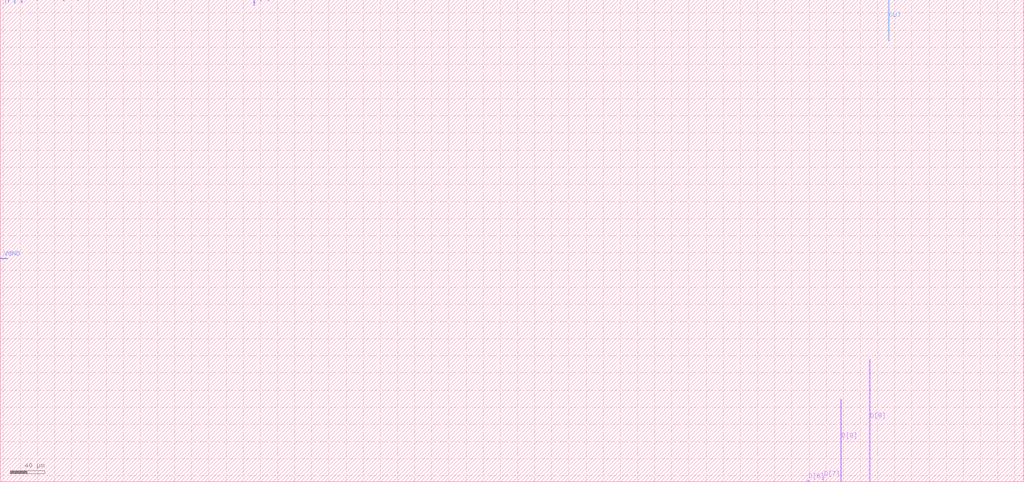
<source format=lef>
VERSION 5.7 ;
NOWIREEXTENSIONATPIN ON ;
DIVIDERCHAR "/" ;
BUSBITCHARS "[]" ;
MACRO avsddac
  CLASS BLOCK ;
  FOREIGN avsddac ;
  ORIGIN -136.770 -613.050 ;
  SIZE 1193.570 BY 562.310 ;
  PIN D[9]
    DIRECTION INPUT ;
    USE SIGNAL ;
    PORT
      LAYER li1 ;
        RECT 1150.220 613.050 1151.250 755.620 ;
    END
  END D[9]
  PIN D[8]
    DIRECTION INPUT ;
    USE SIGNAL ;
    PORT
      LAYER li1 ;
        RECT 1117.200 613.050 1117.850 709.180 ;
    END
  END D[8]
  PIN D[7]
    DIRECTION INPUT ;
    USE SIGNAL ;
    PORT
      LAYER li1 ;
        RECT 1096.950 613.050 1097.260 619.510 ;
    END
  END D[7]
  PIN D[6]
    DIRECTION INPUT ;
    USE SIGNAL ;
    PORT
      LAYER li1 ;
        RECT 1078.220 613.050 1079.660 614.760 ;
    END
  END D[6]
  PIN D[5]
    DIRECTION INPUT ;
    USE SIGNAL ;
    PORT
      LAYER li1 ;
        RECT 226.250 1174.740 228.070 1175.360 ;
    END
  END D[5]
  PIN D[4]
    DIRECTION INPUT ;
    USE SIGNAL ;
    PORT
      LAYER li1 ;
        RECT 209.700 1174.310 211.150 1175.360 ;
    END
  END D[4]
  PIN D[3]
    DIRECTION INPUT ;
    USE SIGNAL ;
    PORT
      LAYER met1 ;
        RECT 432.010 1168.710 433.190 1175.360 ;
    END
  END D[3]
  PIN D[2]
    DIRECTION INPUT ;
    USE SIGNAL ;
    PORT
      LAYER li1 ;
        RECT 178.380 1174.680 180.110 1175.360 ;
    END
  END D[2]
  PIN D[1]
    DIRECTION INPUT ;
    USE SIGNAL ;
    PORT
      LAYER li1 ;
        RECT 160.760 1172.150 162.090 1175.360 ;
    END
  END D[1]
  PIN D[0]
    DIRECTION INPUT ;
    USE SIGNAL ;
    PORT
      LAYER li1 ;
        RECT 145.960 1172.220 146.570 1175.360 ;
    END
  END D[0]
  PIN VPWR
    DIRECTION INOUT ;
    USE POWER ;
    PORT
      LAYER met4 ;
        RECT 152.670 1171.410 154.120 1175.360 ;
    END
  END VPWR
  PIN VGND
    DIRECTION INOUT ;
    USE GROUND ;
    PORT
      LAYER met2 ;
        RECT 136.770 873.200 144.500 873.520 ;
    END
  END VGND
  PIN VREFH
    DIRECTION INPUT ;
    USE SIGNAL ;
    PORT
      LAYER li1 ;
        RECT 142.900 1170.680 143.170 1175.360 ;
    END
  END VREFH
  PIN OUT
    DIRECTION OUTPUT ;
    USE SIGNAL ;
    PORT
      LAYER met4 ;
        RECT 1172.680 1127.710 1173.730 1175.360 ;
    END
  END OUT
  
END avsddac
END LIBRARY

</source>
